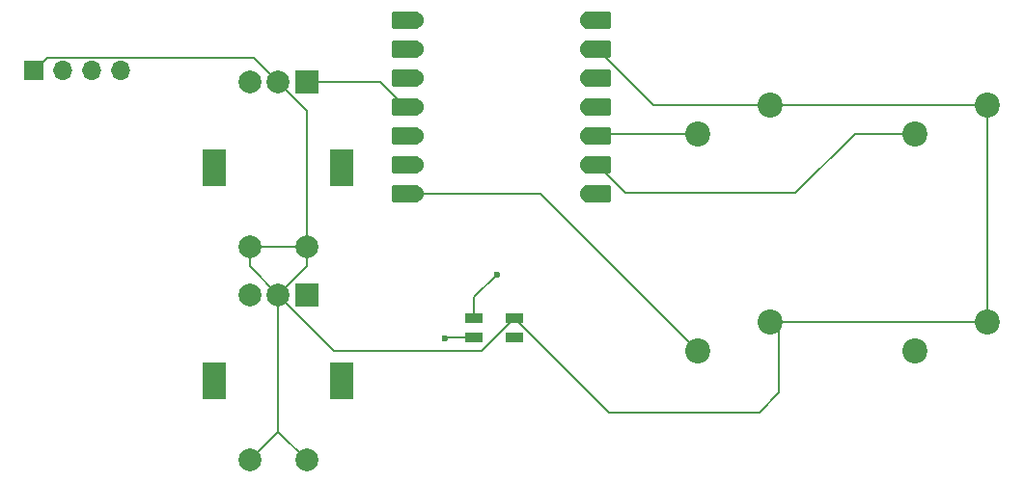
<source format=gbr>
%TF.GenerationSoftware,KiCad,Pcbnew,8.0.6*%
%TF.CreationDate,2025-05-30T09:43:58-05:00*%
%TF.ProjectId,HackPad,4861636b-5061-4642-9e6b-696361645f70,rev?*%
%TF.SameCoordinates,Original*%
%TF.FileFunction,Copper,L1,Top*%
%TF.FilePolarity,Positive*%
%FSLAX46Y46*%
G04 Gerber Fmt 4.6, Leading zero omitted, Abs format (unit mm)*
G04 Created by KiCad (PCBNEW 8.0.6) date 2025-05-30 09:43:58*
%MOMM*%
%LPD*%
G01*
G04 APERTURE LIST*
G04 Aperture macros list*
%AMRoundRect*
0 Rectangle with rounded corners*
0 $1 Rounding radius*
0 $2 $3 $4 $5 $6 $7 $8 $9 X,Y pos of 4 corners*
0 Add a 4 corners polygon primitive as box body*
4,1,4,$2,$3,$4,$5,$6,$7,$8,$9,$2,$3,0*
0 Add four circle primitives for the rounded corners*
1,1,$1+$1,$2,$3*
1,1,$1+$1,$4,$5*
1,1,$1+$1,$6,$7*
1,1,$1+$1,$8,$9*
0 Add four rect primitives between the rounded corners*
20,1,$1+$1,$2,$3,$4,$5,0*
20,1,$1+$1,$4,$5,$6,$7,0*
20,1,$1+$1,$6,$7,$8,$9,0*
20,1,$1+$1,$8,$9,$2,$3,0*%
G04 Aperture macros list end*
%TA.AperFunction,ComponentPad*%
%ADD10C,2.200000*%
%TD*%
%TA.AperFunction,SMDPad,CuDef*%
%ADD11R,1.600000X0.850000*%
%TD*%
%TA.AperFunction,ComponentPad*%
%ADD12R,2.000000X2.000000*%
%TD*%
%TA.AperFunction,ComponentPad*%
%ADD13C,2.000000*%
%TD*%
%TA.AperFunction,ComponentPad*%
%ADD14R,2.000000X3.200000*%
%TD*%
%TA.AperFunction,SMDPad,CuDef*%
%ADD15RoundRect,0.152400X1.063600X0.609600X-1.063600X0.609600X-1.063600X-0.609600X1.063600X-0.609600X0*%
%TD*%
%TA.AperFunction,ComponentPad*%
%ADD16C,1.524000*%
%TD*%
%TA.AperFunction,SMDPad,CuDef*%
%ADD17RoundRect,0.152400X-1.063600X-0.609600X1.063600X-0.609600X1.063600X0.609600X-1.063600X0.609600X0*%
%TD*%
%TA.AperFunction,ComponentPad*%
%ADD18R,1.700000X1.700000*%
%TD*%
%TA.AperFunction,ComponentPad*%
%ADD19O,1.700000X1.700000*%
%TD*%
%TA.AperFunction,ViaPad*%
%ADD20C,0.600000*%
%TD*%
%TA.AperFunction,Conductor*%
%ADD21C,0.200000*%
%TD*%
G04 APERTURE END LIST*
D10*
%TO.P,SW3,1,1*%
%TO.N,GND*%
X173990000Y-99410625D03*
%TO.P,SW3,2,2*%
%TO.N,Net-(U1-GPIO2{slash}SCK)*%
X167640000Y-101950625D03*
%TD*%
%TO.P,SW4,1,1*%
%TO.N,GND*%
X154940000Y-99410625D03*
%TO.P,SW4,2,2*%
%TO.N,Net-(U1-GPIO4{slash}MISO)*%
X148590000Y-101950625D03*
%TD*%
D11*
%TO.P,D1,1,DOUT*%
%TO.N,unconnected-(D1-DOUT-Pad1)*%
X132500000Y-119875000D03*
%TO.P,D1,2,VSS*%
%TO.N,GND*%
X132500000Y-118125000D03*
%TO.P,D1,3,DIN*%
%TO.N,Net-(D1-DIN)*%
X129000000Y-118125000D03*
%TO.P,D1,4,VDD*%
%TO.N,+5V*%
X129000000Y-119875000D03*
%TD*%
D12*
%TO.P,SW6,A,A*%
%TO.N,Switch B2*%
X114300000Y-97418750D03*
D13*
%TO.P,SW6,B,B*%
%TO.N,Switch B1*%
X109300000Y-97418750D03*
%TO.P,SW6,C,C*%
%TO.N,GND*%
X111800000Y-97418750D03*
D14*
%TO.P,SW6,MP*%
%TO.N,N/C*%
X117400000Y-104918750D03*
X106200000Y-104918750D03*
D13*
%TO.P,SW6,S1,S1*%
%TO.N,GND*%
X109300000Y-111918750D03*
%TO.P,SW6,S2,S2*%
X114300000Y-111918750D03*
%TD*%
D15*
%TO.P,U1,1,GPIO26/ADC0/A0*%
%TO.N,Switch A1*%
X122925000Y-92000000D03*
D16*
X123760000Y-92000000D03*
D15*
%TO.P,U1,2,GPIO27/ADC1/A1*%
%TO.N,Switch A2*%
X122925000Y-94540000D03*
D16*
X123760000Y-94540000D03*
D15*
%TO.P,U1,3,GPIO28/ADC2/A2*%
%TO.N,Switch B1*%
X122925000Y-97080000D03*
D16*
X123760000Y-97080000D03*
D15*
%TO.P,U1,4,GPIO29/ADC3/A3*%
%TO.N,Switch B2*%
X122925000Y-99620000D03*
D16*
X123760000Y-99620000D03*
D15*
%TO.P,U1,5,GPIO6/SDA*%
%TO.N,SDA*%
X122925000Y-102160000D03*
D16*
X123760000Y-102160000D03*
D15*
%TO.P,U1,6,GPIO7/SCL*%
%TO.N,SCL*%
X122925000Y-104700000D03*
D16*
X123760000Y-104700000D03*
D15*
%TO.P,U1,7,GPIO0/TX*%
%TO.N,Net-(U1-GPIO0{slash}TX)*%
X122925000Y-107240000D03*
D16*
X123760000Y-107240000D03*
%TO.P,U1,8,GPIO1/RX*%
%TO.N,Net-(U1-GPIO1{slash}RX)*%
X139000000Y-107240000D03*
D17*
X139835000Y-107240000D03*
D16*
%TO.P,U1,9,GPIO2/SCK*%
%TO.N,Net-(U1-GPIO2{slash}SCK)*%
X139000000Y-104700000D03*
D17*
X139835000Y-104700000D03*
D16*
%TO.P,U1,10,GPIO4/MISO*%
%TO.N,Net-(U1-GPIO4{slash}MISO)*%
X139000000Y-102160000D03*
D17*
X139835000Y-102160000D03*
D16*
%TO.P,U1,11,GPIO3/MOSI*%
%TO.N,Net-(D1-DIN)*%
X139000000Y-99620000D03*
D17*
X139835000Y-99620000D03*
D16*
%TO.P,U1,12,3V3*%
%TO.N,unconnected-(U1-3V3-Pad12)*%
X139000000Y-97080000D03*
D17*
X139835000Y-97080000D03*
D16*
%TO.P,U1,13,GND*%
%TO.N,GND*%
X139000000Y-94540000D03*
D17*
X139835000Y-94540000D03*
D16*
%TO.P,U1,14,VBUS*%
%TO.N,+5V*%
X139000000Y-92000000D03*
D17*
X139835000Y-92000000D03*
%TD*%
D12*
%TO.P,SW7,A,A*%
%TO.N,Switch A2*%
X114300000Y-116112500D03*
D13*
%TO.P,SW7,B,B*%
%TO.N,Switch A1*%
X109300000Y-116112500D03*
%TO.P,SW7,C,C*%
%TO.N,GND*%
X111800000Y-116112500D03*
D14*
%TO.P,SW7,MP*%
%TO.N,N/C*%
X117400000Y-123612500D03*
X106200000Y-123612500D03*
D13*
%TO.P,SW7,S1,S1*%
%TO.N,GND*%
X109300000Y-130612500D03*
%TO.P,SW7,S2,S2*%
X114300000Y-130612500D03*
%TD*%
D18*
%TO.P,J1,1,Pin_1*%
%TO.N,GND*%
X90380000Y-96400625D03*
D19*
%TO.P,J1,2,Pin_2*%
%TO.N,+5V*%
X92920000Y-96400625D03*
%TO.P,J1,3,Pin_3*%
%TO.N,SCL*%
X95460000Y-96400625D03*
%TO.P,J1,4,Pin_4*%
%TO.N,SDA*%
X98000000Y-96400625D03*
%TD*%
D10*
%TO.P,SW1,1,1*%
%TO.N,GND*%
X154940000Y-118460625D03*
%TO.P,SW1,2,2*%
%TO.N,Net-(U1-GPIO0{slash}TX)*%
X148590000Y-121000625D03*
%TD*%
%TO.P,SW2,1,1*%
%TO.N,GND*%
X173990000Y-118460625D03*
%TO.P,SW2,2,2*%
%TO.N,Net-(U1-GPIO1{slash}RX)*%
X167640000Y-121000625D03*
%TD*%
D20*
%TO.N,+5V*%
X126400000Y-119900000D03*
%TO.N,Net-(D1-DIN)*%
X130968750Y-114300000D03*
%TD*%
D21*
%TO.N,+5V*%
X126400000Y-119900000D02*
X126425000Y-119875000D01*
X126425000Y-119875000D02*
X129000000Y-119875000D01*
%TO.N,GND*%
X114300000Y-111918750D02*
X114300000Y-99918750D01*
X90380000Y-96400625D02*
X91530000Y-95250625D01*
X111800000Y-116112500D02*
X116687500Y-121000000D01*
X111800000Y-128112500D02*
X109300000Y-130612500D01*
X109300000Y-111918750D02*
X109300000Y-113612500D01*
X111800000Y-116112500D02*
X114300000Y-113612500D01*
X140775000Y-126400000D02*
X154000000Y-126400000D01*
X173990000Y-118460625D02*
X154940000Y-118460625D01*
X144705625Y-99410625D02*
X139835000Y-94540000D01*
X173990000Y-118460625D02*
X173990000Y-99410625D01*
X111800000Y-116112500D02*
X111800000Y-128112500D01*
X173990000Y-99410625D02*
X154940000Y-99410625D01*
X154940000Y-99410625D02*
X144705625Y-99410625D01*
X155700000Y-124700000D02*
X155700000Y-119220625D01*
X155700000Y-119220625D02*
X154940000Y-118460625D01*
X114300000Y-113612500D02*
X114300000Y-111918750D01*
X109631875Y-95250625D02*
X111800000Y-97418750D01*
X116687500Y-121000000D02*
X129625000Y-121000000D01*
X114300000Y-111918750D02*
X109300000Y-111918750D01*
X132500000Y-118125000D02*
X140775000Y-126400000D01*
X91530000Y-95250625D02*
X109631875Y-95250625D01*
X109300000Y-113612500D02*
X111800000Y-116112500D01*
X114300000Y-99918750D02*
X111800000Y-97418750D01*
X114300000Y-130612500D02*
X111800000Y-128112500D01*
X154000000Y-126400000D02*
X155700000Y-124700000D01*
X129625000Y-121000000D02*
X132500000Y-118125000D01*
%TO.N,Net-(D1-DIN)*%
X129000000Y-116268750D02*
X130968750Y-114300000D01*
X129000000Y-118125000D02*
X129000000Y-116268750D01*
%TO.N,Net-(U1-GPIO2{slash}SCK)*%
X157162500Y-107156250D02*
X142291250Y-107156250D01*
X142291250Y-107156250D02*
X139835000Y-104700000D01*
X167640000Y-101950625D02*
X162368125Y-101950625D01*
X162368125Y-101950625D02*
X157162500Y-107156250D01*
%TO.N,Net-(U1-GPIO4{slash}MISO)*%
X148590000Y-101950625D02*
X140044375Y-101950625D01*
X140044375Y-101950625D02*
X139835000Y-102160000D01*
%TO.N,Net-(U1-GPIO0{slash}TX)*%
X134829375Y-107240000D02*
X122925000Y-107240000D01*
X148590000Y-121000625D02*
X134829375Y-107240000D01*
%TO.N,Switch B2*%
X120723750Y-97418750D02*
X122925000Y-99620000D01*
X114300000Y-97418750D02*
X120723750Y-97418750D01*
%TD*%
M02*

</source>
